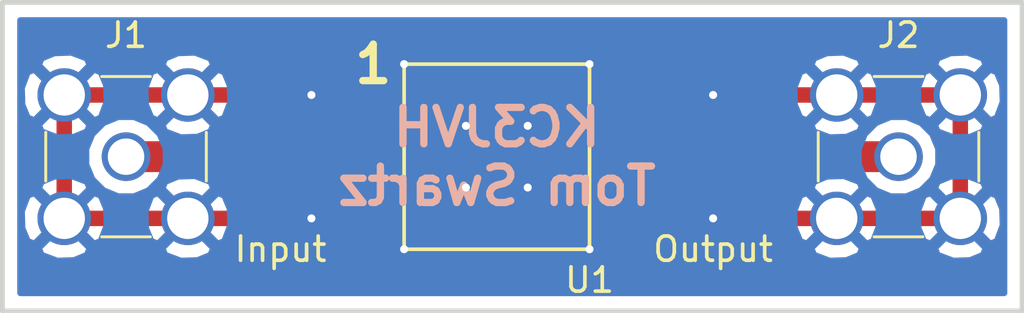
<source format=kicad_pcb>
(kicad_pcb (version 20240108) (generator "pcbnew") (generator_version "8.0")
  (layers (0 "F.Cu" signal) (31 "B.Cu" signal) (34 "B.Paste" user) (35 "F.Paste" user) (36 "B.SilkS" user "B.Silkscreen") (37 "F.SilkS" user "F.Silkscreen") (38 "B.Mask" user) (39 "F.Mask" user) (44 "Edge.Cuts" user))
  (net 0 "")
  (net 1 "Net-(J1-Pad1)")
  (net 2 "GND")
  (net 3 "Net-(J2-Pad1)")
  (footprint "Connectors:SMA_THT_Jack_Straight" (layer "F.Cu") (at 95.25 63.5)
    (property "Reference" "J1" (at 0 -5 0) (layer "F.SilkS"))
    (property "Value" "Input" (at 6.35 3.81 0) (layer "F.SilkS"))
    (fp_line (start -3.3 -1) (end -3.3 1) (stroke (width 0.12)) (layer "F.SilkS"))
    (fp_line (start -1 -3.3) (end 1 -3.3) (stroke (width 0.12)) (layer "F.SilkS"))
    (fp_line (start -1 3.3) (end 1 3.3) (stroke (width 0.12)) (layer "F.SilkS"))
    (fp_line (start 3.3 -1) (end 3.3 1) (stroke (width 0.12)) (layer "F.SilkS"))
    (pad "1" thru_hole circle (at 0 0) (size 2 2) (drill 1.5) (layers "*.Cu" "*.Mask") (net 1 "Net-(J1-Pad1)"))
    (pad "2" thru_hole circle (at -2.54 -2.54) (size 2.2 2.2) (drill 1.7) (layers "*.Cu" "*.Mask") (net 2 "GND"))
    (pad "2" thru_hole circle (at -2.54 2.54) (size 2.2 2.2) (drill 1.7) (layers "*.Cu" "*.Mask") (net 2 "GND"))
    (pad "2" thru_hole circle (at 2.54 -2.54) (size 2.2 2.2) (drill 1.7) (layers "*.Cu" "*.Mask") (net 2 "GND"))
    (pad "2" thru_hole circle (at 2.54 2.54) (size 2.2 2.2) (drill 1.7) (layers "*.Cu" "*.Mask") (net 2 "GND"))
  )
  (footprint "Connectors:SMA_THT_Jack_Straight" (layer "F.Cu") (at 127 63.5)
    (property "Reference" "J2" (at 0 -5 0) (layer "F.SilkS"))
    (property "Value" "Output" (at -7.62 3.81 0) (layer "F.SilkS"))
    (fp_line (start -3.3 -1) (end -3.3 1) (stroke (width 0.12)) (layer "F.SilkS"))
    (fp_line (start -1 -3.3) (end 1 -3.3) (stroke (width 0.12)) (layer "F.SilkS"))
    (fp_line (start -1 3.3) (end 1 3.3) (stroke (width 0.12)) (layer "F.SilkS"))
    (fp_line (start 3.3 -1) (end 3.3 1) (stroke (width 0.12)) (layer "F.SilkS"))
    (pad "1" thru_hole circle (at 0 0) (size 2 2) (drill 1.5) (layers "*.Cu" "*.Mask") (net 3 "Net-(J2-Pad1)"))
    (pad "2" thru_hole circle (at -2.54 -2.54) (size 2.2 2.2) (drill 1.7) (layers "*.Cu" "*.Mask") (net 2 "GND"))
    (pad "2" thru_hole circle (at -2.54 2.54) (size 2.2 2.2) (drill 1.7) (layers "*.Cu" "*.Mask") (net 2 "GND"))
    (pad "2" thru_hole circle (at 2.54 -2.54) (size 2.2 2.2) (drill 1.7) (layers "*.Cu" "*.Mask") (net 2 "GND"))
    (pad "2" thru_hole circle (at 2.54 2.54) (size 2.2 2.2) (drill 1.7) (layers "*.Cu" "*.Mask") (net 2 "GND"))
  )
  (footprint "140bpf:RBP-140+" (layer "F.Cu") (at 110.49 63.5 -90)
    (property "Reference" "U1" (at 5.08 -3.81 0) (layer "F.SilkS"))
    (property "Value" "RBP-140+" (hide yes))
    (fp_line (start -3.81 3.81) (end 3.81 3.81) (stroke (width 0.15)) (layer "F.SilkS"))
    (fp_line (start 3.81 3.81) (end 3.81 -3.81) (stroke (width 0.15)) (layer "F.SilkS"))
    (fp_line (start -3.81 -3.81) (end -3.81 3.81) (stroke (width 0.15)) (layer "F.SilkS"))
    (fp_line (start 3.81 -3.81) (end -3.81 -3.81) (stroke (width 0.15)) (layer "F.SilkS"))
    (pad "1" smd rect (at -1.91 4.065 270) (size 1.02 1.78) (layers "F.Cu" "F.Paste" "F.Mask") (net 2 "GND"))
    (pad "2" smd rect (at 0 4.065 270) (size 1.02 1.78) (layers "F.Cu" "F.Paste" "F.Mask") (net 1 "Net-(J1-Pad1)"))
    (pad "3" smd rect (at 1.91 4.065 90) (size 1.02 1.78) (layers "F.Cu" "F.Paste" "F.Mask") (net 2 "GND"))
    (pad "4" smd rect (at 4.065 0) (size 1.02 1.78) (layers "F.Cu" "F.Paste" "F.Mask") (net 2 "GND"))
    (pad "5" smd rect (at 1.91 -4.065 270) (size 1.02 1.78) (layers "F.Cu" "F.Paste" "F.Mask") (net 2 "GND"))
    (pad "6" smd rect (at 0 -4.065 270) (size 1.02 1.78) (layers "F.Cu" "F.Paste" "F.Mask") (net 3 "Net-(J2-Pad1)"))
    (pad "7" smd rect (at -1.91 -4.065 270) (size 1.02 1.78) (layers "F.Cu" "F.Paste" "F.Mask") (net 2 "GND"))
    (pad "8" smd rect (at -4.065 0) (size 1.02 1.78) (layers "F.Cu" "F.Paste" "F.Mask") (net 2 "GND"))
  )
  (gr_line (start 132.08 57.15) (end 132.08 69.85) (stroke (width 0.2)) (layer "Edge.Cuts"))
  (gr_line (start 132.08 69.85) (end 90.17 69.85) (stroke (width 0.2)) (layer "Edge.Cuts"))
  (gr_line (start 90.17 69.85) (end 90.17 57.15) (stroke (width 0.2)) (layer "Edge.Cuts"))
  (gr_line (start 90.17 57.15) (end 132.08 57.15) (stroke (width 0.2)) (layer "Edge.Cuts"))
  (gr_text "KC3JVH\nTom Swartz" (at 110.49 63.5 0) (layer "B.SilkS") (effects (font (size 1.5 1.5) (thickness 0.3)) (justify mirror)))
  (gr_text "1" (at 105.41 59.69 0) (layer "F.SilkS") (effects (font (size 1.5 1.5) (thickness 0.3))))
  (segment (start 106.425 63.5) (end 95.25 63.5) (width 1.27) (layer "F.Cu") (net 1))
  (segment (start 119.38 66.04) (end 118.11 67.31) (width 0.254) (layer "F.Cu") (net 2))
  (segment (start 118.11 59.69) (end 119.38 60.96) (width 0.254) (layer "F.Cu") (net 2))
  (segment (start 129.54 66.04) (end 124.46 66.04) (width 0.635) (layer "F.Cu") (net 2))
  (segment (start 110.49 59.435) (end 114.045 59.435) (width 0.635) (layer "F.Cu") (net 2))
  (segment (start 114.555 59.945) (end 114.555 61.59) (width 0.635) (layer "F.Cu") (net 2))
  (segment (start 102.87 60.96) (end 104.14 59.69) (width 0.254) (layer "F.Cu") (net 2))
  (segment (start 110.49 59.435) (end 106.935 59.435) (width 0.635) (layer "F.Cu") (net 2))
  (segment (start 129.54 60.96) (end 124.46 60.96) (width 0.635) (layer "F.Cu") (net 2))
  (segment (start 92.71 60.96) (end 97.79 60.96) (width 0.635) (layer "F.Cu") (net 2))
  (segment (start 124.46 60.96) (end 119.38 60.96) (width 0.635) (layer "F.Cu") (net 2))
  (segment (start 118.11 67.31) (end 114.3 67.31) (width 0.254) (layer "F.Cu") (net 2))
  (segment (start 102.87 66.04) (end 104.14 67.31) (width 0.254) (layer "F.Cu") (net 2))
  (segment (start 106.935 67.565) (end 106.425 67.055) (width 0.254) (layer "F.Cu") (net 2))
  (segment (start 92.71 60.96) (end 92.71 66.04) (width 0.635) (layer "F.Cu") (net 2))
  (segment (start 104.14 67.31) (end 106.68 67.31) (width 0.254) (layer "F.Cu") (net 2))
  (segment (start 114.3 59.69) (end 118.11 59.69) (width 0.254) (layer "F.Cu") (net 2))
  (segment (start 106.425 59.945) (end 106.425 61.59) (width 0.635) (layer "F.Cu") (net 2))
  (segment (start 110.49 67.565) (end 114.045 67.565) (width 0.635) (layer "F.Cu") (net 2))
  (segment (start 114.045 67.565) (end 114.555 67.055) (width 0.254) (layer "F.Cu") (net 2))
  (segment (start 114.555 67.055) (end 114.555 65.41) (width 0.635) (layer "F.Cu") (net 2))
  (segment (start 106.425 67.055) (end 106.425 65.41) (width 0.635) (layer "F.Cu") (net 2))
  (segment (start 114.045 59.435) (end 114.555 59.945) (width 0.254) (layer "F.Cu") (net 2))
  (segment (start 124.46 66.04) (end 119.38 66.04) (width 0.635) (layer "F.Cu") (net 2))
  (segment (start 97.79 60.96) (end 102.87 60.96) (width 0.635) (layer "F.Cu") (net 2))
  (segment (start 110.49 67.565) (end 106.935 67.565) (width 0.635) (layer "F.Cu") (net 2))
  (segment (start 106.935 59.435) (end 106.425 59.945) (width 0.254) (layer "F.Cu") (net 2))
  (segment (start 129.54 66.04) (end 129.54 60.96) (width 0.635) (layer "F.Cu") (net 2))
  (segment (start 97.79 66.04) (end 102.87 66.04) (width 0.635) (layer "F.Cu") (net 2))
  (segment (start 104.14 59.69) (end 106.68 59.69) (width 0.254) (layer "F.Cu") (net 2))
  (segment (start 92.71 66.04) (end 97.79 66.04) (width 0.635) (layer "F.Cu") (net 2))
  (via (at 106.68 59.69) (size 0.6858) (drill 0.3302) (layers "F.Cu" "B.Cu") (net 2))
  (via (at 102.87 60.96) (size 0.6858) (drill 0.3302) (layers "F.Cu" "B.Cu") (net 2))
  (via (at 102.87 66.04) (size 0.6858) (drill 0.3302) (layers "F.Cu" "B.Cu") (net 2))
  (via (at 111.76 64.77) (size 0.6858) (drill 0.3302) (layers "F.Cu" "B.Cu") (net 2))
  (via (at 111.76 62.23) (size 0.6858) (drill 0.3302) (layers "F.Cu" "B.Cu") (net 2))
  (via (at 119.38 66.04) (size 0.6858) (drill 0.3302) (layers "F.Cu" "B.Cu") (net 2))
  (via (at 106.68 67.31) (size 0.6858) (drill 0.3302) (layers "F.Cu" "B.Cu") (net 2))
  (via (at 114.3 67.31) (size 0.6858) (drill 0.3302) (layers "F.Cu" "B.Cu") (net 2))
  (via (at 109.22 62.23) (size 0.6858) (drill 0.3302) (layers "F.Cu" "B.Cu") (net 2))
  (via (at 119.38 60.96) (size 0.6858) (drill 0.3302) (layers "F.Cu" "B.Cu") (net 2))
  (via (at 109.22 64.77) (size 0.6858) (drill 0.3302) (layers "F.Cu" "B.Cu") (net 2))
  (via (at 114.3 59.69) (size 0.6858) (drill 0.3302) (layers "F.Cu" "B.Cu") (net 2))
  (segment (start 114.555 63.5) (end 127 63.5) (width 1.27) (layer "F.Cu") (net 3))
  (zone (net 2) (net_name "GND") (layer "B.Cu") (connect_pads (clearance 0.508)) (min_thickness 0.254) (fill yes (thermal_gap 0.508) (thermal_bridge_width 0.508))
    (polygon (pts (xy 90.17 57.15) (xy 90.17 69.85) (xy 132.08 69.85) (xy 132.08 57.15)))
  )
)
</source>
